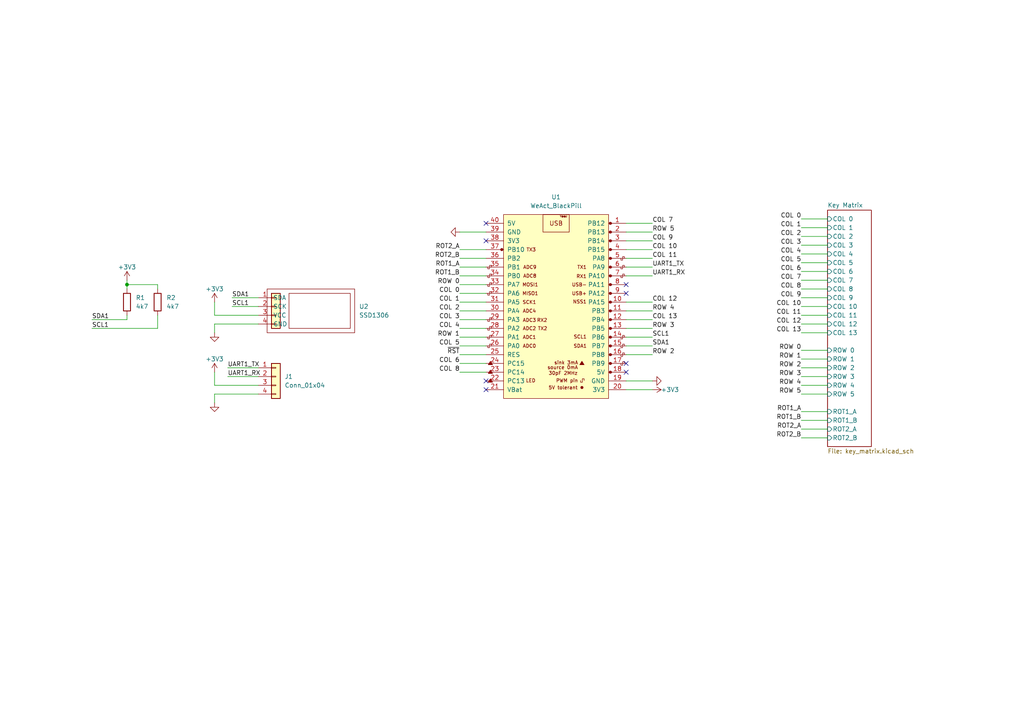
<source format=kicad_sch>
(kicad_sch (version 20211123) (generator eeschema)
  (paper "A4")
  (lib_symbols
    (symbol "Connector_Generic:Conn_01x04" (pin_names (offset 1.016) hide)
      (property "Reference" "J" (at 0 5.08 0))
      (property "Value" "Conn_01x04" (at 0 -7.62 0))
      (symbol "Conn_01x04_1_1"
        (rectangle (start -1.27 -4.953) (end 0 -5.207) (stroke (width 0.1524)))
        (rectangle (start -1.27 -2.413) (end 0 -2.667) (stroke (width 0.1524)))
        (rectangle (start -1.27 0.127) (end 0 -0.127) (stroke (width 0.1524)))
        (rectangle (start -1.27 2.667) (end 0 2.413) (stroke (width 0.1524)))
        (rectangle (start -1.27 3.81) (end 1.27 -6.35) (stroke (width 0.254)) (fill (type background)))
        (pin passive line (at -5.08 2.54 0) (length 3.81) (name "Pin_1") (number "1"))
        (pin passive line (at -5.08 0 0) (length 3.81) (name "Pin_2") (number "2"))
        (pin passive line (at -5.08 -2.54 0) (length 3.81) (name "Pin_3") (number "3"))
        (pin passive line (at -5.08 -5.08 0) (length 3.81) (name "Pin_4") (number "4"))
      )
    )
    (symbol "Device:R" (pin_numbers hide) (pin_names (offset 0))
      (property "Reference" "R" (at 2.032 0 90))
      (property "Value" "R" (at 0 0 90))
      (symbol "R_0_1"
        (rectangle (start -1.016 -2.54) (end 1.016 2.54) (stroke (width 0.254)))
      )
      (symbol "R_1_1"
        (pin passive line (at 0 3.81 270) (length 1.27) (name "~") (number "1"))
        (pin passive line (at 0 -3.81 90) (length 1.27) (name "~") (number "2"))
      )
    )
    (symbol "_scott_lib:SSD1306"
      (property "Reference" "U" (at -7.62 -10.16 0))
      (property "Value" "SSD1306" (at -7.62 -10.16 0))
      (symbol "SSD1306_0_1"
        (rectangle (start -2.54 2.54) (end 22.86 -10.16))
        (rectangle (start 3.81 1.27) (end 21.59 -8.89))
      )
      (symbol "SSD1306_1_1"
        (rectangle (start -1.27 -7.493) (end 0 -7.747) (stroke (width 0.1524)))
        (rectangle (start -1.27 -4.953) (end 0 -5.207) (stroke (width 0.1524)))
        (rectangle (start -1.27 -2.413) (end 0 -2.667) (stroke (width 0.1524)))
        (rectangle (start -1.27 0.127) (end 0 -0.127) (stroke (width 0.1524)))
        (rectangle (start -1.27 1.27) (end 1.27 -8.89) (stroke (width 0.254)) (fill (type background)))
        (pin passive line (at -5.08 0 0) (length 3.81) (name "SDA") (number "1"))
        (pin passive line (at -5.08 -2.54 0) (length 3.81) (name "SCK") (number "2"))
        (pin power_in line (at -5.08 -5.08 0) (length 3.81) (name "VCC") (number "3"))
        (pin passive line (at -5.08 -7.62 0) (length 3.81) (name "GND") (number "4"))
      )
    )
    (symbol "power:+3V3" (power) (pin_names (offset 0))
      (property "Value" "+3V3" (at 0 3.556 0))
      (symbol "+3V3_0_1"
        (polyline (pts (xy -0.762 1.27) (xy 0 2.54)))
        (polyline (pts (xy 0 0) (xy 0 2.54)))
        (polyline (pts (xy 0 2.54) (xy 0.762 1.27)))
      )
      (symbol "+3V3_1_1"
        (pin power_in line (at 0 0 90) (length 0) hide (name "+3V3") (number "1"))
      )
    )
    (symbol "power:GND" (power) (pin_names (offset 0))
      (property "Value" "GND" (at 0 -3.81 0))
      (symbol "GND_0_1"
        (polyline (pts (xy 0 0) (xy 0 -1.27) (xy 1.27 -1.27) (xy 0 -2.54) (xy -1.27 -1.27) (xy 0 -1.27)))
      )
      (symbol "GND_1_1"
        (pin power_in line (at 0 0 270) (length 0) hide (name "GND") (number "1"))
      )
    )
    (symbol "scottcjx-keyboard_components:WeAct_BlackPill" (pin_names (offset 1.016))
      (property "Reference" "U" (at -12.7 27.94 0))
      (property "Value" "WeAct_BlackPill" (at 0 2.54 90))
      (symbol "WeAct_BlackPill_0_0"
        (circle (center -15.748 -20.32) (radius 0.3556) (fill (type outline)))
        (circle (center -15.748 -17.78) (radius 0.3556) (fill (type outline)))
        (circle (center -15.748 -15.24) (radius 0.3556) (fill (type outline)))
        (circle (center -15.748 -12.7) (radius 0.3556) (fill (type outline)))
        (circle (center -15.748 -10.16) (radius 0.3556) (fill (type outline)))
        (circle (center -15.748 -7.62) (radius 0.3556) (fill (type outline)))
        (circle (center -15.748 -5.08) (radius 0.3556) (fill (type outline)))
        (circle (center -15.748 -2.54) (radius 0.3556) (fill (type outline)))
        (circle (center -15.748 0) (radius 0.3556) (fill (type outline)))
        (circle (center -15.748 2.54) (radius 0.3556) (fill (type outline)))
        (circle (center -15.748 5.08) (radius 0.3556) (fill (type outline)))
        (circle (center -15.748 7.62) (radius 0.3556) (fill (type outline)))
        (circle (center -15.748 10.16) (radius 0.3556) (fill (type outline)))
        (circle (center -15.748 12.7) (radius 0.3556) (fill (type outline)))
        (circle (center -15.748 15.24) (radius 0.3556) (fill (type outline)))
        (circle (center -15.748 17.78) (radius 0.3556) (fill (type outline)))
        (circle (center -15.748 22.86) (radius 0.3556) (fill (type outline)))
        (circle (center -7.493 -24.765) (radius 0.127) (fill (type outline)))
        (circle (center -7.493 -24.765) (radius 0.254))
        (circle (center -7.493 -24.765) (radius 0.3556))
        (polyline (pts (xy -8.128 -18.161) (xy -7.493 -17.145) (xy -6.858 -18.161) (xy -8.128 -18.161) (xy -7.493 -17.272) (xy -6.985 -18.161) (xy -8.001 -18.034) (xy -7.493 -17.399) (xy -7.112 -18.161) (xy -7.874 -17.907) (xy -7.366 -17.526) (xy -7.239 -18.161) (xy -7.747 -17.78) (xy -7.239 -17.653) (xy -7.366 -18.034) (xy -7.62 -17.78) (xy -7.366 -17.907) (xy -7.493 -17.653)))
        (polyline (pts (xy 18.415 -23.241) (xy 19.05 -22.225) (xy 19.685 -23.241) (xy 18.415 -23.241) (xy 19.05 -22.352) (xy 19.558 -23.241) (xy 18.542 -23.114) (xy 19.05 -22.479) (xy 19.431 -23.241) (xy 18.669 -22.987) (xy 19.177 -22.606) (xy 19.304 -23.241) (xy 18.796 -22.86) (xy 19.304 -22.733) (xy 19.177 -23.114) (xy 18.923 -22.86) (xy 19.177 -22.987) (xy 19.05 -22.733)))
        (polyline (pts (xy 18.415 -20.701) (xy 19.05 -19.685) (xy 19.685 -20.701) (xy 18.415 -20.701) (xy 19.05 -19.812) (xy 19.558 -20.701) (xy 18.542 -20.574) (xy 19.05 -19.939) (xy 19.431 -20.701) (xy 18.669 -20.447) (xy 19.177 -20.066) (xy 19.304 -20.701) (xy 18.796 -20.32) (xy 19.304 -20.193) (xy 19.177 -20.574) (xy 18.923 -20.32) (xy 19.177 -20.447) (xy 19.05 -20.193)))
        (polyline (pts (xy 18.415 -18.161) (xy 19.05 -17.145) (xy 19.685 -18.161) (xy 18.415 -18.161) (xy 19.05 -17.272) (xy 19.558 -18.161) (xy 18.542 -18.034) (xy 19.05 -17.399) (xy 19.431 -18.161) (xy 18.669 -17.907) (xy 19.177 -17.526) (xy 19.304 -18.161) (xy 18.796 -17.78) (xy 19.304 -17.653) (xy 19.177 -18.034) (xy 18.923 -17.78) (xy 19.177 -17.907) (xy 19.05 -17.653)))
        (circle (center 15.748 15.24) (radius 0.254) (fill (type outline)))
        (circle (center 15.748 15.24) (radius 0.3556))
        (text "30pF 2MHz" (at -2.032 -20.574 0) (effects (font (size 0.9906 0.9906))))
        (text "5V tolerant" (at -2.032 -24.765 0) (effects (font (size 0.9906 0.9906))))
        (text "ADC0" (at 7.747 -12.7 0) (effects (font (size 0.9906 0.9906))))
        (text "ADC1" (at 7.747 -10.16 0) (effects (font (size 0.9906 0.9906))))
        (text "ADC2" (at 7.747 -7.62 0) (effects (font (size 0.9906 0.9906))))
        (text "ADC3" (at 7.747 -5.207 0) (effects (font (size 0.9906 0.9906))))
        (text "ADC4" (at 7.747 -2.54 0) (effects (font (size 0.9906 0.9906))))
        (text "ADC8" (at 7.62 7.62 0) (effects (font (size 0.9906 0.9906))))
        (text "ADC9" (at 7.62 10.16 0) (effects (font (size 0.9906 0.9906))))
        (text "LED" (at 7.366 -22.733 0) (effects (font (size 0.9906 0.9906))))
        (text "MISO1" (at 7.493 2.54 0) (effects (font (size 0.9906 0.9906))))
        (text "MOSI1" (at 7.493 5.08 0) (effects (font (size 0.9906 0.9906))))
        (text "NSS1" (at -6.858 0.127 0) (effects (font (size 0.9906 0.9906))))
        (text "PWM pin" (at -3.175 -22.733 0) (effects (font (size 0.9906 0.9906))))
        (text "RX1" (at -7.366 7.493 0) (effects (font (size 0.9906 0.9906))))
        (text "RX2" (at 4.064 -5.207 0) (effects (font (size 0.9906 0.9906))))
        (text "SCK1" (at 7.747 0 0) (effects (font (size 0.9906 0.9906))))
        (text "SCL1" (at -6.985 -10.033 0) (effects (font (size 0.9906 0.9906))))
        (text "SDA1" (at -6.985 -12.7 0) (effects (font (size 0.9906 0.9906))))
        (text "sink 3mA" (at -2.921 -17.526 0) (effects (font (size 0.9906 0.9906))))
        (text "source 0mA" (at -1.905 -18.923 0) (effects (font (size 0.9906 0.9906))))
        (text "TX1" (at -7.493 10.16 0) (effects (font (size 0.9906 0.9906))))
        (text "TX2" (at 3.937 -7.62 0) (effects (font (size 0.9906 0.9906))))
        (text "TX3" (at 7.239 15.24 0) (effects (font (size 0.9906 0.9906))))
        (text "USB" (at 0 22.86 0) (effects (font (size 1.27 1.27))))
        (text "USB+" (at -6.731 2.54 0) (effects (font (size 0.9906 0.9906))))
        (text "USB-" (at -6.731 5.08 0) (effects (font (size 0.9906 0.9906))))
        (text "Y@@J" (at -2.159 24.892 0) (effects (font (size 0.508 0.508))))
      )
      (symbol "WeAct_BlackPill_0_1"
        (rectangle (start -15.24 25.4) (end 15.24 -27.94) (fill (type background)))
        (polyline (pts (xy -18.796 -17.78) (xy -18.796 -18.288) (xy -19.304 -18.288) (xy -19.304 -17.272) (xy -19.812 -17.272) (xy -19.812 -17.78)))
        (polyline (pts (xy -18.796 -15.24) (xy -18.796 -15.748) (xy -19.304 -15.748) (xy -19.304 -14.732) (xy -19.812 -14.732) (xy -19.812 -15.24)))
        (polyline (pts (xy -18.796 -12.7) (xy -18.796 -13.208) (xy -19.304 -13.208) (xy -19.304 -12.192) (xy -19.812 -12.192) (xy -19.812 -12.7)))
        (polyline (pts (xy -18.796 -10.16) (xy -18.796 -10.668) (xy -19.304 -10.668) (xy -19.304 -9.652) (xy -19.812 -9.652) (xy -19.812 -10.16)))
        (polyline (pts (xy -18.796 7.62) (xy -18.796 7.112) (xy -19.304 7.112) (xy -19.304 8.128) (xy -19.812 8.128) (xy -19.812 7.62)))
        (polyline (pts (xy -18.796 10.16) (xy -18.796 9.652) (xy -19.304 9.652) (xy -19.304 10.668) (xy -19.812 10.668) (xy -19.812 10.16)))
        (polyline (pts (xy -18.796 12.7) (xy -18.796 12.192) (xy -19.304 12.192) (xy -19.304 13.208) (xy -19.812 13.208) (xy -19.812 12.7)))
        (polyline (pts (xy -7.112 -22.733) (xy -7.112 -23.241) (xy -7.62 -23.241) (xy -7.62 -22.225) (xy -8.128 -22.225) (xy -8.128 -22.733)))
        (polyline (pts (xy 19.812 -12.7) (xy 19.812 -13.208) (xy 19.304 -13.208) (xy 19.304 -12.192) (xy 18.796 -12.192) (xy 18.796 -12.7)))
        (polyline (pts (xy 19.812 -10.16) (xy 19.812 -10.668) (xy 19.304 -10.668) (xy 19.304 -9.652) (xy 18.796 -9.652) (xy 18.796 -10.16)))
        (polyline (pts (xy 19.812 -7.62) (xy 19.812 -8.128) (xy 19.304 -8.128) (xy 19.304 -7.112) (xy 18.796 -7.112) (xy 18.796 -7.62)))
        (polyline (pts (xy 19.812 -5.08) (xy 19.812 -5.588) (xy 19.304 -5.588) (xy 19.304 -4.572) (xy 18.796 -4.572) (xy 18.796 -5.08)))
        (polyline (pts (xy 19.812 2.54) (xy 19.812 2.032) (xy 19.304 2.032) (xy 19.304 3.048) (xy 18.796 3.048) (xy 18.796 2.54)))
        (polyline (pts (xy 19.812 5.08) (xy 19.812 4.572) (xy 19.304 4.572) (xy 19.304 5.588) (xy 18.796 5.588) (xy 18.796 5.08)))
        (polyline (pts (xy 19.812 7.62) (xy 19.812 7.112) (xy 19.304 7.112) (xy 19.304 8.128) (xy 18.796 8.128) (xy 18.796 7.62)))
        (polyline (pts (xy 19.812 10.16) (xy 19.812 9.652) (xy 19.304 9.652) (xy 19.304 10.668) (xy 18.796 10.668) (xy 18.796 10.16)))
        (rectangle (start 3.81 25.4) (end -3.81 20.32))
      )
      (symbol "WeAct_BlackPill_1_1"
        (circle (center -15.748 20.32) (radius 0.3556) (fill (type outline)))
        (pin bidirectional line (at -20.32 22.86 0) (length 5.08) (name "PB12") (number "1"))
        (pin bidirectional line (at -20.32 0 0) (length 5.08) (name "PA15") (number "10"))
        (pin bidirectional line (at -20.32 -2.54 0) (length 5.08) (name "PB3") (number "11"))
        (pin bidirectional line (at -20.32 -5.08 0) (length 5.08) (name "PB4") (number "12"))
        (pin bidirectional line (at -20.32 -7.62 0) (length 5.08) (name "PB5") (number "13"))
        (pin bidirectional line (at -20.32 -10.16 0) (length 5.08) (name "PB6") (number "14"))
        (pin bidirectional line (at -20.32 -12.7 0) (length 5.08) (name "PB7") (number "15"))
        (pin bidirectional line (at -20.32 -15.24 0) (length 5.08) (name "PB8") (number "16"))
        (pin bidirectional line (at -20.32 -17.78 0) (length 5.08) (name "PB9") (number "17"))
        (pin power_in line (at -20.32 -20.32 0) (length 5.08) (name "5V") (number "18"))
        (pin power_in line (at -20.32 -22.86 0) (length 5.08) (name "GND") (number "19"))
        (pin bidirectional line (at -20.32 20.32 0) (length 5.08) (name "PB13") (number "2"))
        (pin power_in line (at -20.32 -25.4 0) (length 5.08) (name "3V3") (number "20"))
        (pin power_in line (at 20.32 -25.4 180) (length 5.08) (name "VBat") (number "21"))
        (pin bidirectional line (at 20.32 -22.86 180) (length 5.08) (name "PC13") (number "22"))
        (pin bidirectional line (at 20.32 -20.32 180) (length 5.08) (name "PC14") (number "23"))
        (pin bidirectional line (at 20.32 -17.78 180) (length 5.08) (name "PC15") (number "24"))
        (pin input line (at 20.32 -15.24 180) (length 5.08) (name "RES") (number "25"))
        (pin bidirectional line (at 20.32 -12.7 180) (length 5.08) (name "PA0") (number "26"))
        (pin bidirectional line (at 20.32 -10.16 180) (length 5.08) (name "PA1") (number "27"))
        (pin bidirectional line (at 20.32 -7.62 180) (length 5.08) (name "PA2") (number "28"))
        (pin bidirectional line (at 20.32 -5.08 180) (length 5.08) (name "PA3") (number "29"))
        (pin bidirectional line (at -20.32 17.78 0) (length 5.08) (name "PB14") (number "3"))
        (pin bidirectional line (at 20.32 -2.54 180) (length 5.08) (name "PA4") (number "30"))
        (pin bidirectional line (at 20.32 0 180) (length 5.08) (name "PA5") (number "31"))
        (pin bidirectional line (at 20.32 2.54 180) (length 5.08) (name "PA6") (number "32"))
        (pin bidirectional line (at 20.32 5.08 180) (length 5.08) (name "PA7") (number "33"))
        (pin bidirectional line (at 20.32 7.62 180) (length 5.08) (name "PB0") (number "34"))
        (pin bidirectional line (at 20.32 10.16 180) (length 5.08) (name "PB1") (number "35"))
        (pin bidirectional line (at 20.32 12.7 180) (length 5.08) (name "PB2") (number "36"))
        (pin bidirectional line (at 20.32 15.24 180) (length 5.08) (name "PB10") (number "37"))
        (pin power_in line (at 20.32 17.78 180) (length 5.08) (name "3V3") (number "38"))
        (pin power_in line (at 20.32 20.32 180) (length 5.08) (name "GND") (number "39"))
        (pin bidirectional line (at -20.32 15.24 0) (length 5.08) (name "PB15") (number "4"))
        (pin power_in line (at 20.32 22.86 180) (length 5.08) (name "5V") (number "40"))
        (pin bidirectional line (at -20.32 12.7 0) (length 5.08) (name "PA8") (number "5"))
        (pin bidirectional line (at -20.32 10.16 0) (length 5.08) (name "PA9") (number "6"))
        (pin bidirectional line (at -20.32 7.62 0) (length 5.08) (name "PA10") (number "7"))
        (pin bidirectional line (at -20.32 5.08 0) (length 5.08) (name "PA11") (number "8"))
        (pin bidirectional line (at -20.32 2.54 0) (length 5.08) (name "PA12") (number "9"))
      )
    )
  )
  (junction (at 36.83 82.55))
  (no_connect (at 181.61 85.09))
  (no_connect (at 140.97 64.77))
  (no_connect (at 140.97 110.49))
  (no_connect (at 181.61 105.41))
  (no_connect (at 140.97 69.85))
  (no_connect (at 181.61 82.55))
  (no_connect (at 140.97 113.03))
  (no_connect (at 181.61 107.95))
  (wire (pts (xy 240.03 104.14) (xy 232.41 104.14)))
  (wire (pts (xy 240.03 91.44) (xy 232.41 91.44)))
  (wire (pts (xy 67.31 86.36) (xy 74.93 86.36)))
  (wire (pts (xy 140.97 74.93) (xy 133.35 74.93)))
  (wire (pts (xy 74.93 91.44) (xy 62.23 91.44)))
  (wire (pts (xy 74.93 114.3) (xy 62.23 114.3)))
  (wire (pts (xy 62.23 93.98) (xy 62.23 96.52)))
  (wire (pts (xy 62.23 111.76) (xy 62.23 107.95)))
  (wire (pts (xy 62.23 91.44) (xy 62.23 87.63)))
  (wire (pts (xy 133.35 67.31) (xy 140.97 67.31)))
  (wire (pts (xy 140.97 100.33) (xy 133.35 100.33)))
  (wire (pts (xy 181.61 64.77) (xy 189.23 64.77)))
  (wire (pts (xy 240.03 114.3) (xy 232.41 114.3)))
  (wire (pts (xy 62.23 114.3) (xy 62.23 116.84)))
  (wire (pts (xy 36.83 92.71) (xy 36.83 91.44)))
  (wire (pts (xy 140.97 102.87) (xy 133.35 102.87)))
  (wire (pts (xy 181.61 113.03) (xy 189.23 113.03)))
  (wire (pts (xy 36.83 82.55) (xy 36.83 83.82)))
  (wire (pts (xy 181.61 74.93) (xy 189.23 74.93)))
  (wire (pts (xy 240.03 119.38) (xy 232.41 119.38)))
  (wire (pts (xy 181.61 92.71) (xy 189.23 92.71)))
  (wire (pts (xy 140.97 105.41) (xy 133.35 105.41)))
  (wire (pts (xy 240.03 121.92) (xy 232.41 121.92)))
  (wire (pts (xy 140.97 90.17) (xy 133.35 90.17)))
  (wire (pts (xy 181.61 95.25) (xy 189.23 95.25)))
  (wire (pts (xy 240.03 73.66) (xy 232.41 73.66)))
  (wire (pts (xy 140.97 97.79) (xy 133.35 97.79)))
  (wire (pts (xy 189.23 110.49) (xy 181.61 110.49)))
  (wire (pts (xy 181.61 80.01) (xy 189.23 80.01)))
  (wire (pts (xy 45.72 83.82) (xy 45.72 82.55)))
  (wire (pts (xy 240.03 66.04) (xy 232.41 66.04)))
  (wire (pts (xy 181.61 100.33) (xy 189.23 100.33)))
  (wire (pts (xy 240.03 96.52) (xy 232.41 96.52)))
  (wire (pts (xy 240.03 81.28) (xy 232.41 81.28)))
  (wire (pts (xy 74.93 93.98) (xy 62.23 93.98)))
  (wire (pts (xy 240.03 93.98) (xy 232.41 93.98)))
  (wire (pts (xy 140.97 80.01) (xy 133.35 80.01)))
  (wire (pts (xy 240.03 71.12) (xy 232.41 71.12)))
  (wire (pts (xy 240.03 109.22) (xy 232.41 109.22)))
  (wire (pts (xy 66.04 106.68) (xy 74.93 106.68)))
  (wire (pts (xy 26.67 95.25) (xy 45.72 95.25)))
  (wire (pts (xy 26.67 92.71) (xy 36.83 92.71)))
  (wire (pts (xy 140.97 72.39) (xy 133.35 72.39)))
  (wire (pts (xy 240.03 63.5) (xy 232.41 63.5)))
  (wire (pts (xy 240.03 68.58) (xy 232.41 68.58)))
  (wire (pts (xy 240.03 106.68) (xy 232.41 106.68)))
  (wire (pts (xy 240.03 124.46) (xy 232.41 124.46)))
  (wire (pts (xy 181.61 87.63) (xy 189.23 87.63)))
  (wire (pts (xy 140.97 95.25) (xy 133.35 95.25)))
  (wire (pts (xy 181.61 69.85) (xy 189.23 69.85)))
  (wire (pts (xy 181.61 97.79) (xy 189.23 97.79)))
  (wire (pts (xy 140.97 92.71) (xy 133.35 92.71)))
  (wire (pts (xy 181.61 90.17) (xy 189.23 90.17)))
  (wire (pts (xy 181.61 102.87) (xy 189.23 102.87)))
  (wire (pts (xy 74.93 111.76) (xy 62.23 111.76)))
  (wire (pts (xy 240.03 83.82) (xy 232.41 83.82)))
  (wire (pts (xy 240.03 86.36) (xy 232.41 86.36)))
  (wire (pts (xy 140.97 82.55) (xy 133.35 82.55)))
  (wire (pts (xy 181.61 67.31) (xy 189.23 67.31)))
  (wire (pts (xy 240.03 76.2) (xy 232.41 76.2)))
  (wire (pts (xy 240.03 88.9) (xy 232.41 88.9)))
  (wire (pts (xy 240.03 127) (xy 232.41 127)))
  (wire (pts (xy 140.97 87.63) (xy 133.35 87.63)))
  (wire (pts (xy 240.03 101.6) (xy 232.41 101.6)))
  (wire (pts (xy 240.03 111.76) (xy 232.41 111.76)))
  (wire (pts (xy 181.61 72.39) (xy 189.23 72.39)))
  (wire (pts (xy 140.97 85.09) (xy 133.35 85.09)))
  (wire (pts (xy 66.04 109.22) (xy 74.93 109.22)))
  (wire (pts (xy 45.72 95.25) (xy 45.72 91.44)))
  (wire (pts (xy 67.31 88.9) (xy 74.93 88.9)))
  (wire (pts (xy 140.97 107.95) (xy 133.35 107.95)))
  (wire (pts (xy 240.03 78.74) (xy 232.41 78.74)))
  (wire (pts (xy 140.97 77.47) (xy 133.35 77.47)))
  (wire (pts (xy 36.83 82.55) (xy 45.72 82.55)))
  (wire (pts (xy 36.83 81.28) (xy 36.83 82.55)))
  (wire (pts (xy 181.61 77.47) (xy 189.23 77.47)))
  (label "ROW 4" (at 232.41 111.76 180))
  (label "COL 13" (at 232.41 96.52 180))
  (label "COL 10" (at 189.23 72.39 0))
  (label "SDA1" (at 189.23 100.33 0))
  (label "COL 4" (at 232.41 73.66 180))
  (label "COL 6" (at 232.41 78.74 180))
  (label "ROT2_B" (at 133.35 74.93 180))
  (label "COL 2" (at 232.41 68.58 180))
  (label "ROW 5" (at 232.41 114.3 180))
  (label "SCL1" (at 189.23 97.79 0))
  (label "ROW 2" (at 189.23 102.87 0))
  (label "COL 8" (at 232.41 83.82 180))
  (label "UART1_RX" (at 189.23 80.01 0))
  (label "ROW 1" (at 133.35 97.79 180))
  (label "ROT1_B" (at 232.41 121.92 180))
  (label "COL 5" (at 232.41 76.2 180))
  (label "COL 1" (at 133.35 87.63 180))
  (label "ROW 3" (at 189.23 95.25 0))
  (label "COL 5" (at 133.35 100.33 180))
  (label "COL 3" (at 133.35 92.71 180))
  (label "ROT2_A" (at 232.41 124.46 180))
  (label "COL 2" (at 133.35 90.17 180))
  (label "UART1_RX" (at 66.04 109.22 0))
  (label "COL 4" (at 133.35 95.25 180))
  (label "COL 8" (at 133.35 107.95 180))
  (label "COL 7" (at 189.23 64.77 0))
  (label "COL 1" (at 232.41 66.04 180))
  (label "UART1_TX" (at 189.23 77.47 0))
  (label "ROW 5" (at 189.23 67.31 0))
  (label "SDA1" (at 26.67 92.71 0))
  (label "ROT1_A" (at 232.41 119.38 180))
  (label "COL 6" (at 133.35 105.41 180))
  (label "UART1_TX" (at 66.04 106.68 0))
  (label "COL 12" (at 232.41 93.98 180))
  (label "COL 0" (at 133.35 85.09 180))
  (label "SCL1" (at 67.31 88.9 0))
  (label "COL 13" (at 189.23 92.71 0))
  (label "ROW 3" (at 232.41 109.22 180))
  (label "COL 3" (at 232.41 71.12 180))
  (label "COL 7" (at 232.41 81.28 180))
  (label "ROT1_B" (at 133.35 80.01 180))
  (label "ROW 0" (at 232.41 101.6 180))
  (label "ROT1_A" (at 133.35 77.47 180))
  (label "~{RST}" (at 133.35 102.87 180))
  (label "ROW 2" (at 232.41 106.68 180))
  (label "COL 11" (at 232.41 91.44 180))
  (label "ROT2_B" (at 232.41 127 180))
  (label "COL 12" (at 189.23 87.63 0))
  (label "SCL1" (at 26.67 95.25 0))
  (label "ROW 0" (at 133.35 82.55 180))
  (label "ROW 1" (at 232.41 104.14 180))
  (label "ROW 4" (at 189.23 90.17 0))
  (label "ROT2_A" (at 133.35 72.39 180))
  (label "COL 10" (at 232.41 88.9 180))
  (label "COL 0" (at 232.41 63.5 180))
  (label "COL 11" (at 189.23 74.93 0))
  (label "SDA1" (at 67.31 86.36 0))
  (label "COL 9" (at 189.23 69.85 0))
  (label "COL 9" (at 232.41 86.36 180))
  (symbol (lib_id "_scott_lib:SSD1306") (at 80.01 86.36 0) (unit 1)
    (property "Reference" "U2" (at 104.14 88.8999 0) (effects (justify left)))
    (property "Value" "SSD1306" (at 104.14 91.4399 0) (effects (justify left)))
    (property "Footprint" "scottcjx-keyboard_components:SSD1306_128X32" (effects hide))
  )
  (symbol (lib_id "Device:R") (at 45.72 87.63 0) (unit 1)
    (property "Reference" "R2" (at 48.26 86.3599 0) (effects (justify left)))
    (property "Value" "4k7" (at 48.26 88.8999 0) (effects (justify left)))
    (property "Footprint" "scottcjx-keyboard_components:C_0603" (effects hide))
  )
  (symbol (lib_id "power:+3V3") (at 189.23 113.03 270) (unit 1)
    (property "Reference" "#PWR0107" (effects hide))
    (property "Value" "+3V3" (at 194.31 113.03 90))
  )
  (symbol (lib_id "power:GND") (at 133.35 67.31 270) (unit 1)
    (property "Reference" "#PWR0101" (effects hide))
    (property "Value" "GND" (effects hide))
  )
  (symbol (lib_id "Device:R") (at 36.83 87.63 0) (unit 1)
    (property "Reference" "R1" (at 39.37 86.3599 0) (effects (justify left)))
    (property "Value" "4k7" (at 39.37 88.8999 0) (effects (justify left)))
    (property "Footprint" "scottcjx-keyboard_components:C_0603" (effects hide))
  )
  (symbol (lib_id "power:+3V3") (at 36.83 81.28 0) (unit 1)
    (property "Reference" "#PWR0110" (effects hide))
    (property "Value" "+3V3" (at 36.83 77.47 0))
  )
  (symbol (lib_id "power:GND") (at 62.23 96.52 0) (unit 1)
    (property "Reference" "#PWR0109" (effects hide))
    (property "Value" "GND" (effects hide))
  )
  (symbol (lib_id "power:+3V3") (at 62.23 107.95 0) (unit 1)
    (property "Reference" "#PWR0111" (effects hide))
    (property "Value" "+3V3" (at 62.23 104.14 0))
  )
  (symbol (lib_id "scottcjx-keyboard_components:WeAct_BlackPill") (at 161.29 87.63 0) (mirror y) (unit 1)
    (property "Reference" "U1" (at 161.29 57.15 0))
    (property "Value" "WeAct_BlackPill" (at 161.29 59.69 0))
    (property "Footprint" "scottcjx-keyboard_components:WeAct_BlackPill_2" (effects hide))
  )
  (symbol (lib_id "power:+3V3") (at 62.23 87.63 0) (unit 1)
    (property "Reference" "#PWR0108" (effects hide))
    (property "Value" "+3V3" (at 62.23 83.82 0))
  )
  (symbol (lib_id "power:GND") (at 189.23 110.49 90) (mirror x) (unit 1)
    (property "Reference" "#PWR0102" (effects hide))
    (property "Value" "GND" (effects hide))
  )
  (symbol (lib_id "power:GND") (at 62.23 116.84 0) (unit 1)
    (property "Reference" "#PWR0112" (effects hide))
    (property "Value" "GND" (effects hide))
  )
  (symbol (lib_id "Connector_Generic:Conn_01x04") (at 80.01 109.22 0) (unit 1)
    (property "Reference" "J1" (at 82.55 109.2199 0) (effects (justify left)))
    (property "Value" "Conn_01x04" (at 82.55 111.7599 0) (effects (justify left)))
  )
  (sheet (at 240.03 60.96) (size 12.7 68.58) (stroke (width 0.1524))
    (property "Sheet name" "Key Matrix" (at 240.03 60.2484 0) (effects (justify left bottom)))
    (property "Sheet file" "key_matrix.kicad_sch" (at 240.03 130.1246 0) (effects (justify left top)))
    (pin "COL 0" input (at 240.03 63.5 180))
    (pin "COL 1" input (at 240.03 66.04 180))
    (pin "COL 2" input (at 240.03 68.58 180))
    (pin "COL 3" input (at 240.03 71.12 180))
    (pin "COL 4" input (at 240.03 73.66 180))
    (pin "COL 5" input (at 240.03 76.2 180))
    (pin "COL 6" input (at 240.03 78.74 180))
    (pin "COL 9" input (at 240.03 86.36 180))
    (pin "COL 10" input (at 240.03 88.9 180))
    (pin "COL 7" input (at 240.03 81.28 180))
    (pin "COL 8" input (at 240.03 83.82 180))
    (pin "COL 11" input (at 240.03 91.44 180))
    (pin "COL 12" input (at 240.03 93.98 180))
    (pin "COL 13" input (at 240.03 96.52 180))
    (pin "ROW 1" input (at 240.03 104.14 180))
    (pin "ROW 2" input (at 240.03 106.68 180))
    (pin "ROW 3" input (at 240.03 109.22 180))
    (pin "ROW 4" input (at 240.03 111.76 180))
    (pin "ROW 5" input (at 240.03 114.3 180))
    (pin "ROW 0" input (at 240.03 101.6 180))
    (pin "ROT1_A" input (at 240.03 119.38 180))
    (pin "ROT1_B" input (at 240.03 121.92 180))
    (pin "ROT2_B" input (at 240.03 127 180))
    (pin "ROT2_A" input (at 240.03 124.46 180))
  )
)
</source>
